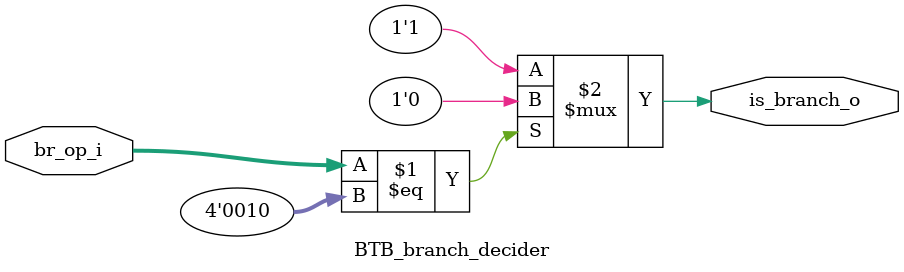
<source format=sv>
`timescale 1ns / 1ps
`include "./utils.vh"

module BTB_branch_decider(
    input wire [3:0] br_op_i,
    output wire is_branch_o
);

    assign is_branch_o = (br_op_i==4'b0010)?1'b0:1'b1; // 2 不跳转

endmodule
</source>
